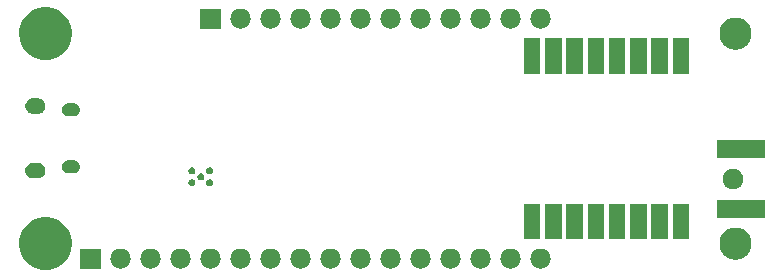
<source format=gbr>
G04 #@! TF.GenerationSoftware,KiCad,Pcbnew,(5.1.4)-1*
G04 #@! TF.CreationDate,2019-11-17T17:54:00-06:00*
G04 #@! TF.ProjectId,loRaWan1262_jlc,6c6f5261-5761-46e3-9132-36325f6a6c63,rev?*
G04 #@! TF.SameCoordinates,Original*
G04 #@! TF.FileFunction,Soldermask,Bot*
G04 #@! TF.FilePolarity,Negative*
%FSLAX46Y46*%
G04 Gerber Fmt 4.6, Leading zero omitted, Abs format (unit mm)*
G04 Created by KiCad (PCBNEW (5.1.4)-1) date 2019-11-17 17:54:00*
%MOMM*%
%LPD*%
G04 APERTURE LIST*
%ADD10C,0.100000*%
G04 APERTURE END LIST*
D10*
G36*
X117488279Y-95906909D02*
G01*
X117488281Y-95906910D01*
X117488282Y-95906910D01*
X117892750Y-96074446D01*
X118133785Y-96235501D01*
X118256761Y-96317671D01*
X118566329Y-96627239D01*
X118566332Y-96627244D01*
X118809554Y-96991250D01*
X118977090Y-97395718D01*
X118977091Y-97395721D01*
X119062500Y-97825103D01*
X119062500Y-98262897D01*
X119020052Y-98476300D01*
X118977090Y-98692282D01*
X118809554Y-99096750D01*
X118713600Y-99240354D01*
X118566329Y-99460761D01*
X118256761Y-99770329D01*
X118133785Y-99852499D01*
X117892750Y-100013554D01*
X117488282Y-100181090D01*
X117488281Y-100181090D01*
X117488279Y-100181091D01*
X117058897Y-100266500D01*
X116621103Y-100266500D01*
X116191721Y-100181091D01*
X116191719Y-100181090D01*
X116191718Y-100181090D01*
X115787250Y-100013554D01*
X115546215Y-99852499D01*
X115423239Y-99770329D01*
X115113671Y-99460761D01*
X114966400Y-99240354D01*
X114870446Y-99096750D01*
X114702910Y-98692282D01*
X114659949Y-98476300D01*
X114617500Y-98262897D01*
X114617500Y-97825103D01*
X114702909Y-97395721D01*
X114702910Y-97395718D01*
X114870446Y-96991250D01*
X115113668Y-96627244D01*
X115113671Y-96627239D01*
X115423239Y-96317671D01*
X115546215Y-96235501D01*
X115787250Y-96074446D01*
X116191718Y-95906910D01*
X116191719Y-95906910D01*
X116191721Y-95906909D01*
X116621103Y-95821500D01*
X117058897Y-95821500D01*
X117488279Y-95906909D01*
X117488279Y-95906909D01*
G37*
G36*
X153836626Y-98476299D02*
G01*
X153996857Y-98524903D01*
X154144521Y-98603832D01*
X154273950Y-98710050D01*
X154380168Y-98839479D01*
X154459097Y-98987143D01*
X154507701Y-99147374D01*
X154524113Y-99314000D01*
X154507701Y-99480626D01*
X154459097Y-99640857D01*
X154380168Y-99788521D01*
X154273950Y-99917950D01*
X154144521Y-100024168D01*
X153996857Y-100103097D01*
X153836626Y-100151701D01*
X153711759Y-100164000D01*
X153628241Y-100164000D01*
X153503374Y-100151701D01*
X153343143Y-100103097D01*
X153195479Y-100024168D01*
X153066050Y-99917950D01*
X152959832Y-99788521D01*
X152880903Y-99640857D01*
X152832299Y-99480626D01*
X152815887Y-99314000D01*
X152832299Y-99147374D01*
X152880903Y-98987143D01*
X152959832Y-98839479D01*
X153066050Y-98710050D01*
X153195479Y-98603832D01*
X153343143Y-98524903D01*
X153503374Y-98476299D01*
X153628241Y-98464000D01*
X153711759Y-98464000D01*
X153836626Y-98476299D01*
X153836626Y-98476299D01*
G37*
G36*
X156376626Y-98476299D02*
G01*
X156536857Y-98524903D01*
X156684521Y-98603832D01*
X156813950Y-98710050D01*
X156920168Y-98839479D01*
X156999097Y-98987143D01*
X157047701Y-99147374D01*
X157064113Y-99314000D01*
X157047701Y-99480626D01*
X156999097Y-99640857D01*
X156920168Y-99788521D01*
X156813950Y-99917950D01*
X156684521Y-100024168D01*
X156536857Y-100103097D01*
X156376626Y-100151701D01*
X156251759Y-100164000D01*
X156168241Y-100164000D01*
X156043374Y-100151701D01*
X155883143Y-100103097D01*
X155735479Y-100024168D01*
X155606050Y-99917950D01*
X155499832Y-99788521D01*
X155420903Y-99640857D01*
X155372299Y-99480626D01*
X155355887Y-99314000D01*
X155372299Y-99147374D01*
X155420903Y-98987143D01*
X155499832Y-98839479D01*
X155606050Y-98710050D01*
X155735479Y-98603832D01*
X155883143Y-98524903D01*
X156043374Y-98476299D01*
X156168241Y-98464000D01*
X156251759Y-98464000D01*
X156376626Y-98476299D01*
X156376626Y-98476299D01*
G37*
G36*
X151296626Y-98476299D02*
G01*
X151456857Y-98524903D01*
X151604521Y-98603832D01*
X151733950Y-98710050D01*
X151840168Y-98839479D01*
X151919097Y-98987143D01*
X151967701Y-99147374D01*
X151984113Y-99314000D01*
X151967701Y-99480626D01*
X151919097Y-99640857D01*
X151840168Y-99788521D01*
X151733950Y-99917950D01*
X151604521Y-100024168D01*
X151456857Y-100103097D01*
X151296626Y-100151701D01*
X151171759Y-100164000D01*
X151088241Y-100164000D01*
X150963374Y-100151701D01*
X150803143Y-100103097D01*
X150655479Y-100024168D01*
X150526050Y-99917950D01*
X150419832Y-99788521D01*
X150340903Y-99640857D01*
X150292299Y-99480626D01*
X150275887Y-99314000D01*
X150292299Y-99147374D01*
X150340903Y-98987143D01*
X150419832Y-98839479D01*
X150526050Y-98710050D01*
X150655479Y-98603832D01*
X150803143Y-98524903D01*
X150963374Y-98476299D01*
X151088241Y-98464000D01*
X151171759Y-98464000D01*
X151296626Y-98476299D01*
X151296626Y-98476299D01*
G37*
G36*
X148756626Y-98476299D02*
G01*
X148916857Y-98524903D01*
X149064521Y-98603832D01*
X149193950Y-98710050D01*
X149300168Y-98839479D01*
X149379097Y-98987143D01*
X149427701Y-99147374D01*
X149444113Y-99314000D01*
X149427701Y-99480626D01*
X149379097Y-99640857D01*
X149300168Y-99788521D01*
X149193950Y-99917950D01*
X149064521Y-100024168D01*
X148916857Y-100103097D01*
X148756626Y-100151701D01*
X148631759Y-100164000D01*
X148548241Y-100164000D01*
X148423374Y-100151701D01*
X148263143Y-100103097D01*
X148115479Y-100024168D01*
X147986050Y-99917950D01*
X147879832Y-99788521D01*
X147800903Y-99640857D01*
X147752299Y-99480626D01*
X147735887Y-99314000D01*
X147752299Y-99147374D01*
X147800903Y-98987143D01*
X147879832Y-98839479D01*
X147986050Y-98710050D01*
X148115479Y-98603832D01*
X148263143Y-98524903D01*
X148423374Y-98476299D01*
X148548241Y-98464000D01*
X148631759Y-98464000D01*
X148756626Y-98476299D01*
X148756626Y-98476299D01*
G37*
G36*
X146216626Y-98476299D02*
G01*
X146376857Y-98524903D01*
X146524521Y-98603832D01*
X146653950Y-98710050D01*
X146760168Y-98839479D01*
X146839097Y-98987143D01*
X146887701Y-99147374D01*
X146904113Y-99314000D01*
X146887701Y-99480626D01*
X146839097Y-99640857D01*
X146760168Y-99788521D01*
X146653950Y-99917950D01*
X146524521Y-100024168D01*
X146376857Y-100103097D01*
X146216626Y-100151701D01*
X146091759Y-100164000D01*
X146008241Y-100164000D01*
X145883374Y-100151701D01*
X145723143Y-100103097D01*
X145575479Y-100024168D01*
X145446050Y-99917950D01*
X145339832Y-99788521D01*
X145260903Y-99640857D01*
X145212299Y-99480626D01*
X145195887Y-99314000D01*
X145212299Y-99147374D01*
X145260903Y-98987143D01*
X145339832Y-98839479D01*
X145446050Y-98710050D01*
X145575479Y-98603832D01*
X145723143Y-98524903D01*
X145883374Y-98476299D01*
X146008241Y-98464000D01*
X146091759Y-98464000D01*
X146216626Y-98476299D01*
X146216626Y-98476299D01*
G37*
G36*
X143676626Y-98476299D02*
G01*
X143836857Y-98524903D01*
X143984521Y-98603832D01*
X144113950Y-98710050D01*
X144220168Y-98839479D01*
X144299097Y-98987143D01*
X144347701Y-99147374D01*
X144364113Y-99314000D01*
X144347701Y-99480626D01*
X144299097Y-99640857D01*
X144220168Y-99788521D01*
X144113950Y-99917950D01*
X143984521Y-100024168D01*
X143836857Y-100103097D01*
X143676626Y-100151701D01*
X143551759Y-100164000D01*
X143468241Y-100164000D01*
X143343374Y-100151701D01*
X143183143Y-100103097D01*
X143035479Y-100024168D01*
X142906050Y-99917950D01*
X142799832Y-99788521D01*
X142720903Y-99640857D01*
X142672299Y-99480626D01*
X142655887Y-99314000D01*
X142672299Y-99147374D01*
X142720903Y-98987143D01*
X142799832Y-98839479D01*
X142906050Y-98710050D01*
X143035479Y-98603832D01*
X143183143Y-98524903D01*
X143343374Y-98476299D01*
X143468241Y-98464000D01*
X143551759Y-98464000D01*
X143676626Y-98476299D01*
X143676626Y-98476299D01*
G37*
G36*
X141136626Y-98476299D02*
G01*
X141296857Y-98524903D01*
X141444521Y-98603832D01*
X141573950Y-98710050D01*
X141680168Y-98839479D01*
X141759097Y-98987143D01*
X141807701Y-99147374D01*
X141824113Y-99314000D01*
X141807701Y-99480626D01*
X141759097Y-99640857D01*
X141680168Y-99788521D01*
X141573950Y-99917950D01*
X141444521Y-100024168D01*
X141296857Y-100103097D01*
X141136626Y-100151701D01*
X141011759Y-100164000D01*
X140928241Y-100164000D01*
X140803374Y-100151701D01*
X140643143Y-100103097D01*
X140495479Y-100024168D01*
X140366050Y-99917950D01*
X140259832Y-99788521D01*
X140180903Y-99640857D01*
X140132299Y-99480626D01*
X140115887Y-99314000D01*
X140132299Y-99147374D01*
X140180903Y-98987143D01*
X140259832Y-98839479D01*
X140366050Y-98710050D01*
X140495479Y-98603832D01*
X140643143Y-98524903D01*
X140803374Y-98476299D01*
X140928241Y-98464000D01*
X141011759Y-98464000D01*
X141136626Y-98476299D01*
X141136626Y-98476299D01*
G37*
G36*
X138596626Y-98476299D02*
G01*
X138756857Y-98524903D01*
X138904521Y-98603832D01*
X139033950Y-98710050D01*
X139140168Y-98839479D01*
X139219097Y-98987143D01*
X139267701Y-99147374D01*
X139284113Y-99314000D01*
X139267701Y-99480626D01*
X139219097Y-99640857D01*
X139140168Y-99788521D01*
X139033950Y-99917950D01*
X138904521Y-100024168D01*
X138756857Y-100103097D01*
X138596626Y-100151701D01*
X138471759Y-100164000D01*
X138388241Y-100164000D01*
X138263374Y-100151701D01*
X138103143Y-100103097D01*
X137955479Y-100024168D01*
X137826050Y-99917950D01*
X137719832Y-99788521D01*
X137640903Y-99640857D01*
X137592299Y-99480626D01*
X137575887Y-99314000D01*
X137592299Y-99147374D01*
X137640903Y-98987143D01*
X137719832Y-98839479D01*
X137826050Y-98710050D01*
X137955479Y-98603832D01*
X138103143Y-98524903D01*
X138263374Y-98476299D01*
X138388241Y-98464000D01*
X138471759Y-98464000D01*
X138596626Y-98476299D01*
X138596626Y-98476299D01*
G37*
G36*
X133516626Y-98476299D02*
G01*
X133676857Y-98524903D01*
X133824521Y-98603832D01*
X133953950Y-98710050D01*
X134060168Y-98839479D01*
X134139097Y-98987143D01*
X134187701Y-99147374D01*
X134204113Y-99314000D01*
X134187701Y-99480626D01*
X134139097Y-99640857D01*
X134060168Y-99788521D01*
X133953950Y-99917950D01*
X133824521Y-100024168D01*
X133676857Y-100103097D01*
X133516626Y-100151701D01*
X133391759Y-100164000D01*
X133308241Y-100164000D01*
X133183374Y-100151701D01*
X133023143Y-100103097D01*
X132875479Y-100024168D01*
X132746050Y-99917950D01*
X132639832Y-99788521D01*
X132560903Y-99640857D01*
X132512299Y-99480626D01*
X132495887Y-99314000D01*
X132512299Y-99147374D01*
X132560903Y-98987143D01*
X132639832Y-98839479D01*
X132746050Y-98710050D01*
X132875479Y-98603832D01*
X133023143Y-98524903D01*
X133183374Y-98476299D01*
X133308241Y-98464000D01*
X133391759Y-98464000D01*
X133516626Y-98476299D01*
X133516626Y-98476299D01*
G37*
G36*
X121500000Y-100164000D02*
G01*
X119800000Y-100164000D01*
X119800000Y-98464000D01*
X121500000Y-98464000D01*
X121500000Y-100164000D01*
X121500000Y-100164000D01*
G37*
G36*
X158916626Y-98476299D02*
G01*
X159076857Y-98524903D01*
X159224521Y-98603832D01*
X159353950Y-98710050D01*
X159460168Y-98839479D01*
X159539097Y-98987143D01*
X159587701Y-99147374D01*
X159604113Y-99314000D01*
X159587701Y-99480626D01*
X159539097Y-99640857D01*
X159460168Y-99788521D01*
X159353950Y-99917950D01*
X159224521Y-100024168D01*
X159076857Y-100103097D01*
X158916626Y-100151701D01*
X158791759Y-100164000D01*
X158708241Y-100164000D01*
X158583374Y-100151701D01*
X158423143Y-100103097D01*
X158275479Y-100024168D01*
X158146050Y-99917950D01*
X158039832Y-99788521D01*
X157960903Y-99640857D01*
X157912299Y-99480626D01*
X157895887Y-99314000D01*
X157912299Y-99147374D01*
X157960903Y-98987143D01*
X158039832Y-98839479D01*
X158146050Y-98710050D01*
X158275479Y-98603832D01*
X158423143Y-98524903D01*
X158583374Y-98476299D01*
X158708241Y-98464000D01*
X158791759Y-98464000D01*
X158916626Y-98476299D01*
X158916626Y-98476299D01*
G37*
G36*
X123356626Y-98476299D02*
G01*
X123516857Y-98524903D01*
X123664521Y-98603832D01*
X123793950Y-98710050D01*
X123900168Y-98839479D01*
X123979097Y-98987143D01*
X124027701Y-99147374D01*
X124044113Y-99314000D01*
X124027701Y-99480626D01*
X123979097Y-99640857D01*
X123900168Y-99788521D01*
X123793950Y-99917950D01*
X123664521Y-100024168D01*
X123516857Y-100103097D01*
X123356626Y-100151701D01*
X123231759Y-100164000D01*
X123148241Y-100164000D01*
X123023374Y-100151701D01*
X122863143Y-100103097D01*
X122715479Y-100024168D01*
X122586050Y-99917950D01*
X122479832Y-99788521D01*
X122400903Y-99640857D01*
X122352299Y-99480626D01*
X122335887Y-99314000D01*
X122352299Y-99147374D01*
X122400903Y-98987143D01*
X122479832Y-98839479D01*
X122586050Y-98710050D01*
X122715479Y-98603832D01*
X122863143Y-98524903D01*
X123023374Y-98476299D01*
X123148241Y-98464000D01*
X123231759Y-98464000D01*
X123356626Y-98476299D01*
X123356626Y-98476299D01*
G37*
G36*
X128436626Y-98476299D02*
G01*
X128596857Y-98524903D01*
X128744521Y-98603832D01*
X128873950Y-98710050D01*
X128980168Y-98839479D01*
X129059097Y-98987143D01*
X129107701Y-99147374D01*
X129124113Y-99314000D01*
X129107701Y-99480626D01*
X129059097Y-99640857D01*
X128980168Y-99788521D01*
X128873950Y-99917950D01*
X128744521Y-100024168D01*
X128596857Y-100103097D01*
X128436626Y-100151701D01*
X128311759Y-100164000D01*
X128228241Y-100164000D01*
X128103374Y-100151701D01*
X127943143Y-100103097D01*
X127795479Y-100024168D01*
X127666050Y-99917950D01*
X127559832Y-99788521D01*
X127480903Y-99640857D01*
X127432299Y-99480626D01*
X127415887Y-99314000D01*
X127432299Y-99147374D01*
X127480903Y-98987143D01*
X127559832Y-98839479D01*
X127666050Y-98710050D01*
X127795479Y-98603832D01*
X127943143Y-98524903D01*
X128103374Y-98476299D01*
X128228241Y-98464000D01*
X128311759Y-98464000D01*
X128436626Y-98476299D01*
X128436626Y-98476299D01*
G37*
G36*
X136056626Y-98476299D02*
G01*
X136216857Y-98524903D01*
X136364521Y-98603832D01*
X136493950Y-98710050D01*
X136600168Y-98839479D01*
X136679097Y-98987143D01*
X136727701Y-99147374D01*
X136744113Y-99314000D01*
X136727701Y-99480626D01*
X136679097Y-99640857D01*
X136600168Y-99788521D01*
X136493950Y-99917950D01*
X136364521Y-100024168D01*
X136216857Y-100103097D01*
X136056626Y-100151701D01*
X135931759Y-100164000D01*
X135848241Y-100164000D01*
X135723374Y-100151701D01*
X135563143Y-100103097D01*
X135415479Y-100024168D01*
X135286050Y-99917950D01*
X135179832Y-99788521D01*
X135100903Y-99640857D01*
X135052299Y-99480626D01*
X135035887Y-99314000D01*
X135052299Y-99147374D01*
X135100903Y-98987143D01*
X135179832Y-98839479D01*
X135286050Y-98710050D01*
X135415479Y-98603832D01*
X135563143Y-98524903D01*
X135723374Y-98476299D01*
X135848241Y-98464000D01*
X135931759Y-98464000D01*
X136056626Y-98476299D01*
X136056626Y-98476299D01*
G37*
G36*
X130976626Y-98476299D02*
G01*
X131136857Y-98524903D01*
X131284521Y-98603832D01*
X131413950Y-98710050D01*
X131520168Y-98839479D01*
X131599097Y-98987143D01*
X131647701Y-99147374D01*
X131664113Y-99314000D01*
X131647701Y-99480626D01*
X131599097Y-99640857D01*
X131520168Y-99788521D01*
X131413950Y-99917950D01*
X131284521Y-100024168D01*
X131136857Y-100103097D01*
X130976626Y-100151701D01*
X130851759Y-100164000D01*
X130768241Y-100164000D01*
X130643374Y-100151701D01*
X130483143Y-100103097D01*
X130335479Y-100024168D01*
X130206050Y-99917950D01*
X130099832Y-99788521D01*
X130020903Y-99640857D01*
X129972299Y-99480626D01*
X129955887Y-99314000D01*
X129972299Y-99147374D01*
X130020903Y-98987143D01*
X130099832Y-98839479D01*
X130206050Y-98710050D01*
X130335479Y-98603832D01*
X130483143Y-98524903D01*
X130643374Y-98476299D01*
X130768241Y-98464000D01*
X130851759Y-98464000D01*
X130976626Y-98476299D01*
X130976626Y-98476299D01*
G37*
G36*
X125896626Y-98476299D02*
G01*
X126056857Y-98524903D01*
X126204521Y-98603832D01*
X126333950Y-98710050D01*
X126440168Y-98839479D01*
X126519097Y-98987143D01*
X126567701Y-99147374D01*
X126584113Y-99314000D01*
X126567701Y-99480626D01*
X126519097Y-99640857D01*
X126440168Y-99788521D01*
X126333950Y-99917950D01*
X126204521Y-100024168D01*
X126056857Y-100103097D01*
X125896626Y-100151701D01*
X125771759Y-100164000D01*
X125688241Y-100164000D01*
X125563374Y-100151701D01*
X125403143Y-100103097D01*
X125255479Y-100024168D01*
X125126050Y-99917950D01*
X125019832Y-99788521D01*
X124940903Y-99640857D01*
X124892299Y-99480626D01*
X124875887Y-99314000D01*
X124892299Y-99147374D01*
X124940903Y-98987143D01*
X125019832Y-98839479D01*
X125126050Y-98710050D01*
X125255479Y-98603832D01*
X125403143Y-98524903D01*
X125563374Y-98476299D01*
X125688241Y-98464000D01*
X125771759Y-98464000D01*
X125896626Y-98476299D01*
X125896626Y-98476299D01*
G37*
G36*
X175458167Y-96706970D02*
G01*
X175653783Y-96745880D01*
X175899466Y-96847646D01*
X176120570Y-96995383D01*
X176120572Y-96995385D01*
X176120575Y-96995387D01*
X176308613Y-97183425D01*
X176308615Y-97183428D01*
X176308617Y-97183430D01*
X176456354Y-97404534D01*
X176558120Y-97650217D01*
X176610000Y-97911038D01*
X176610000Y-98176962D01*
X176558120Y-98437783D01*
X176456354Y-98683466D01*
X176308617Y-98904570D01*
X176308615Y-98904572D01*
X176308613Y-98904575D01*
X176120575Y-99092613D01*
X176120572Y-99092615D01*
X176120570Y-99092617D01*
X175899466Y-99240354D01*
X175653783Y-99342120D01*
X175458167Y-99381030D01*
X175392963Y-99394000D01*
X175127037Y-99394000D01*
X175061833Y-99381030D01*
X174866217Y-99342120D01*
X174620534Y-99240354D01*
X174399430Y-99092617D01*
X174399428Y-99092615D01*
X174399425Y-99092613D01*
X174211387Y-98904575D01*
X174211385Y-98904572D01*
X174211383Y-98904570D01*
X174063646Y-98683466D01*
X173961880Y-98437783D01*
X173910000Y-98176962D01*
X173910000Y-97911038D01*
X173961880Y-97650217D01*
X174063646Y-97404534D01*
X174211383Y-97183430D01*
X174211385Y-97183428D01*
X174211387Y-97183425D01*
X174399425Y-96995387D01*
X174399428Y-96995385D01*
X174399430Y-96995383D01*
X174620534Y-96847646D01*
X174866217Y-96745880D01*
X175061833Y-96706970D01*
X175127037Y-96694000D01*
X175392963Y-96694000D01*
X175458167Y-96706970D01*
X175458167Y-96706970D01*
G37*
G36*
X169538000Y-97654000D02*
G01*
X168138000Y-97654000D01*
X168138000Y-94654000D01*
X169538000Y-94654000D01*
X169538000Y-97654000D01*
X169538000Y-97654000D01*
G37*
G36*
X171338000Y-97654000D02*
G01*
X169938000Y-97654000D01*
X169938000Y-94654000D01*
X171338000Y-94654000D01*
X171338000Y-97654000D01*
X171338000Y-97654000D01*
G37*
G36*
X158738000Y-97654000D02*
G01*
X157338000Y-97654000D01*
X157338000Y-94654000D01*
X158738000Y-94654000D01*
X158738000Y-97654000D01*
X158738000Y-97654000D01*
G37*
G36*
X160538000Y-97654000D02*
G01*
X159138000Y-97654000D01*
X159138000Y-94654000D01*
X160538000Y-94654000D01*
X160538000Y-97654000D01*
X160538000Y-97654000D01*
G37*
G36*
X164138000Y-97654000D02*
G01*
X162738000Y-97654000D01*
X162738000Y-94654000D01*
X164138000Y-94654000D01*
X164138000Y-97654000D01*
X164138000Y-97654000D01*
G37*
G36*
X165938000Y-97654000D02*
G01*
X164538000Y-97654000D01*
X164538000Y-94654000D01*
X165938000Y-94654000D01*
X165938000Y-97654000D01*
X165938000Y-97654000D01*
G37*
G36*
X162338000Y-97654000D02*
G01*
X160938000Y-97654000D01*
X160938000Y-94654000D01*
X162338000Y-94654000D01*
X162338000Y-97654000D01*
X162338000Y-97654000D01*
G37*
G36*
X167738000Y-97654000D02*
G01*
X166338000Y-97654000D01*
X166338000Y-94654000D01*
X167738000Y-94654000D01*
X167738000Y-97654000D01*
X167738000Y-97654000D01*
G37*
G36*
X177772600Y-95883000D02*
G01*
X173712600Y-95883000D01*
X173712600Y-94363000D01*
X177772600Y-94363000D01*
X177772600Y-95883000D01*
X177772600Y-95883000D01*
G37*
G36*
X175171042Y-91716406D02*
G01*
X175297831Y-91741626D01*
X175457065Y-91807583D01*
X175457068Y-91807585D01*
X175600380Y-91903343D01*
X175722257Y-92025220D01*
X175761355Y-92083734D01*
X175818017Y-92168535D01*
X175883974Y-92327769D01*
X175890972Y-92362953D01*
X175917600Y-92496820D01*
X175917600Y-92669180D01*
X175915254Y-92680972D01*
X175883974Y-92838231D01*
X175818017Y-92997465D01*
X175818015Y-92997468D01*
X175722257Y-93140780D01*
X175600380Y-93262657D01*
X175457068Y-93358415D01*
X175457065Y-93358417D01*
X175297831Y-93424374D01*
X175171042Y-93449594D01*
X175128780Y-93458000D01*
X174956420Y-93458000D01*
X174914158Y-93449594D01*
X174787369Y-93424374D01*
X174628135Y-93358417D01*
X174628132Y-93358415D01*
X174484820Y-93262657D01*
X174362943Y-93140780D01*
X174267185Y-92997468D01*
X174267183Y-92997465D01*
X174201226Y-92838231D01*
X174169946Y-92680972D01*
X174167600Y-92669180D01*
X174167600Y-92496820D01*
X174194228Y-92362953D01*
X174201226Y-92327769D01*
X174267183Y-92168535D01*
X174323845Y-92083734D01*
X174362943Y-92025220D01*
X174484820Y-91903343D01*
X174628132Y-91807585D01*
X174628135Y-91807583D01*
X174787369Y-91741626D01*
X174914158Y-91716407D01*
X174956420Y-91708000D01*
X175128780Y-91708000D01*
X175171042Y-91716406D01*
X175171042Y-91716406D01*
G37*
G36*
X129322007Y-92604028D02*
G01*
X129322009Y-92604029D01*
X129322010Y-92604029D01*
X129373906Y-92625526D01*
X129376603Y-92626643D01*
X129425739Y-92659474D01*
X129467526Y-92701261D01*
X129467529Y-92701266D01*
X129500357Y-92750397D01*
X129522971Y-92804990D01*
X129534500Y-92862953D01*
X129534500Y-92922047D01*
X129522971Y-92980010D01*
X129515739Y-92997468D01*
X129500357Y-93034603D01*
X129467526Y-93083739D01*
X129425739Y-93125526D01*
X129402912Y-93140778D01*
X129376603Y-93158357D01*
X129322010Y-93180971D01*
X129322009Y-93180971D01*
X129322007Y-93180972D01*
X129264047Y-93192500D01*
X129204953Y-93192500D01*
X129146993Y-93180972D01*
X129146991Y-93180971D01*
X129146990Y-93180971D01*
X129092397Y-93158357D01*
X129066088Y-93140778D01*
X129043261Y-93125526D01*
X129001474Y-93083739D01*
X128968643Y-93034603D01*
X128953261Y-92997468D01*
X128946029Y-92980010D01*
X128934500Y-92922047D01*
X128934500Y-92862953D01*
X128946029Y-92804990D01*
X128968643Y-92750397D01*
X129001471Y-92701266D01*
X129001474Y-92701261D01*
X129043261Y-92659474D01*
X129092397Y-92626643D01*
X129095094Y-92625526D01*
X129146990Y-92604029D01*
X129146991Y-92604029D01*
X129146993Y-92604028D01*
X129204953Y-92592500D01*
X129264047Y-92592500D01*
X129322007Y-92604028D01*
X129322007Y-92604028D01*
G37*
G36*
X130822007Y-92604028D02*
G01*
X130822009Y-92604029D01*
X130822010Y-92604029D01*
X130873906Y-92625526D01*
X130876603Y-92626643D01*
X130925739Y-92659474D01*
X130967526Y-92701261D01*
X130967529Y-92701266D01*
X131000357Y-92750397D01*
X131022971Y-92804990D01*
X131034500Y-92862953D01*
X131034500Y-92922047D01*
X131022971Y-92980010D01*
X131015739Y-92997468D01*
X131000357Y-93034603D01*
X130967526Y-93083739D01*
X130925739Y-93125526D01*
X130902912Y-93140778D01*
X130876603Y-93158357D01*
X130822010Y-93180971D01*
X130822009Y-93180971D01*
X130822007Y-93180972D01*
X130764047Y-93192500D01*
X130704953Y-93192500D01*
X130646993Y-93180972D01*
X130646991Y-93180971D01*
X130646990Y-93180971D01*
X130592397Y-93158357D01*
X130566088Y-93140778D01*
X130543261Y-93125526D01*
X130501474Y-93083739D01*
X130468643Y-93034603D01*
X130453261Y-92997468D01*
X130446029Y-92980010D01*
X130434500Y-92922047D01*
X130434500Y-92862953D01*
X130446029Y-92804990D01*
X130468643Y-92750397D01*
X130501471Y-92701266D01*
X130501474Y-92701261D01*
X130543261Y-92659474D01*
X130592397Y-92626643D01*
X130595094Y-92625526D01*
X130646990Y-92604029D01*
X130646991Y-92604029D01*
X130646993Y-92604028D01*
X130704953Y-92592500D01*
X130764047Y-92592500D01*
X130822007Y-92604028D01*
X130822007Y-92604028D01*
G37*
G36*
X130072007Y-92104028D02*
G01*
X130072009Y-92104029D01*
X130072010Y-92104029D01*
X130107092Y-92118561D01*
X130126603Y-92126643D01*
X130175739Y-92159474D01*
X130217526Y-92201261D01*
X130250357Y-92250397D01*
X130272972Y-92304993D01*
X130279657Y-92338606D01*
X130284500Y-92362953D01*
X130284500Y-92422047D01*
X130272971Y-92480010D01*
X130266008Y-92496820D01*
X130250357Y-92534603D01*
X130217526Y-92583739D01*
X130175739Y-92625526D01*
X130174067Y-92626643D01*
X130126603Y-92658357D01*
X130072010Y-92680971D01*
X130072009Y-92680971D01*
X130072007Y-92680972D01*
X130014047Y-92692500D01*
X129954953Y-92692500D01*
X129896993Y-92680972D01*
X129896991Y-92680971D01*
X129896990Y-92680971D01*
X129842397Y-92658357D01*
X129794933Y-92626643D01*
X129793261Y-92625526D01*
X129751474Y-92583739D01*
X129718643Y-92534603D01*
X129702992Y-92496820D01*
X129696029Y-92480010D01*
X129684500Y-92422047D01*
X129684500Y-92362953D01*
X129689343Y-92338606D01*
X129696028Y-92304993D01*
X129718643Y-92250397D01*
X129751474Y-92201261D01*
X129793261Y-92159474D01*
X129842397Y-92126643D01*
X129861908Y-92118561D01*
X129896990Y-92104029D01*
X129896991Y-92104029D01*
X129896993Y-92104028D01*
X129954953Y-92092500D01*
X130014047Y-92092500D01*
X130072007Y-92104028D01*
X130072007Y-92104028D01*
G37*
G36*
X116211950Y-91186442D02*
G01*
X116286323Y-91193767D01*
X116413561Y-91232364D01*
X116413564Y-91232365D01*
X116530826Y-91295043D01*
X116633607Y-91379393D01*
X116717957Y-91482174D01*
X116780635Y-91599436D01*
X116780636Y-91599439D01*
X116819233Y-91726677D01*
X116832266Y-91859000D01*
X116819233Y-91991323D01*
X116785044Y-92104029D01*
X116780635Y-92118564D01*
X116717957Y-92235826D01*
X116633607Y-92338607D01*
X116530826Y-92422957D01*
X116413564Y-92485635D01*
X116413561Y-92485636D01*
X116286323Y-92524233D01*
X116211950Y-92531558D01*
X116187160Y-92534000D01*
X115770840Y-92534000D01*
X115746050Y-92531558D01*
X115671677Y-92524233D01*
X115544439Y-92485636D01*
X115544436Y-92485635D01*
X115427174Y-92422957D01*
X115324393Y-92338607D01*
X115240043Y-92235826D01*
X115177365Y-92118564D01*
X115172956Y-92104029D01*
X115138767Y-91991323D01*
X115125734Y-91859000D01*
X115138767Y-91726677D01*
X115177364Y-91599439D01*
X115177365Y-91599436D01*
X115240043Y-91482174D01*
X115324393Y-91379393D01*
X115427174Y-91295043D01*
X115544436Y-91232365D01*
X115544439Y-91232364D01*
X115671677Y-91193767D01*
X115746050Y-91186442D01*
X115770840Y-91184000D01*
X116187160Y-91184000D01*
X116211950Y-91186442D01*
X116211950Y-91186442D01*
G37*
G36*
X129322007Y-91604028D02*
G01*
X129322009Y-91604029D01*
X129322010Y-91604029D01*
X129376603Y-91626643D01*
X129425739Y-91659474D01*
X129467526Y-91701261D01*
X129500357Y-91750397D01*
X129522972Y-91804993D01*
X129533125Y-91856041D01*
X129534500Y-91862953D01*
X129534500Y-91922047D01*
X129522971Y-91980010D01*
X129504244Y-92025220D01*
X129500357Y-92034603D01*
X129467526Y-92083739D01*
X129425739Y-92125526D01*
X129424067Y-92126643D01*
X129376603Y-92158357D01*
X129322010Y-92180971D01*
X129322009Y-92180971D01*
X129322007Y-92180972D01*
X129264047Y-92192500D01*
X129204953Y-92192500D01*
X129146993Y-92180972D01*
X129146991Y-92180971D01*
X129146990Y-92180971D01*
X129092397Y-92158357D01*
X129044933Y-92126643D01*
X129043261Y-92125526D01*
X129001474Y-92083739D01*
X128968643Y-92034603D01*
X128964756Y-92025220D01*
X128946029Y-91980010D01*
X128934500Y-91922047D01*
X128934500Y-91862953D01*
X128935875Y-91856041D01*
X128946028Y-91804993D01*
X128968643Y-91750397D01*
X129001474Y-91701261D01*
X129043261Y-91659474D01*
X129092397Y-91626643D01*
X129146990Y-91604029D01*
X129146991Y-91604029D01*
X129146993Y-91604028D01*
X129204953Y-91592500D01*
X129264047Y-91592500D01*
X129322007Y-91604028D01*
X129322007Y-91604028D01*
G37*
G36*
X130822007Y-91604028D02*
G01*
X130822009Y-91604029D01*
X130822010Y-91604029D01*
X130876603Y-91626643D01*
X130925739Y-91659474D01*
X130967526Y-91701261D01*
X131000357Y-91750397D01*
X131022972Y-91804993D01*
X131033125Y-91856041D01*
X131034500Y-91862953D01*
X131034500Y-91922047D01*
X131022971Y-91980010D01*
X131004244Y-92025220D01*
X131000357Y-92034603D01*
X130967526Y-92083739D01*
X130925739Y-92125526D01*
X130924067Y-92126643D01*
X130876603Y-92158357D01*
X130822010Y-92180971D01*
X130822009Y-92180971D01*
X130822007Y-92180972D01*
X130764047Y-92192500D01*
X130704953Y-92192500D01*
X130646993Y-92180972D01*
X130646991Y-92180971D01*
X130646990Y-92180971D01*
X130592397Y-92158357D01*
X130544933Y-92126643D01*
X130543261Y-92125526D01*
X130501474Y-92083739D01*
X130468643Y-92034603D01*
X130464756Y-92025220D01*
X130446029Y-91980010D01*
X130434500Y-91922047D01*
X130434500Y-91862953D01*
X130435875Y-91856041D01*
X130446028Y-91804993D01*
X130468643Y-91750397D01*
X130501474Y-91701261D01*
X130543261Y-91659474D01*
X130592397Y-91626643D01*
X130646990Y-91604029D01*
X130646991Y-91604029D01*
X130646993Y-91604028D01*
X130704953Y-91592500D01*
X130764047Y-91592500D01*
X130822007Y-91604028D01*
X130822007Y-91604028D01*
G37*
G36*
X119286819Y-91006958D02*
G01*
X119390494Y-91038408D01*
X119390497Y-91038409D01*
X119486041Y-91089478D01*
X119569790Y-91158210D01*
X119638522Y-91241959D01*
X119689591Y-91337503D01*
X119689592Y-91337506D01*
X119721042Y-91441181D01*
X119731661Y-91549000D01*
X119721042Y-91656819D01*
X119692655Y-91750397D01*
X119689591Y-91760497D01*
X119638522Y-91856041D01*
X119569790Y-91939790D01*
X119486041Y-92008522D01*
X119390497Y-92059591D01*
X119390494Y-92059592D01*
X119286819Y-92091042D01*
X119206018Y-92099000D01*
X118751982Y-92099000D01*
X118671181Y-92091042D01*
X118567506Y-92059592D01*
X118567503Y-92059591D01*
X118471959Y-92008522D01*
X118388210Y-91939790D01*
X118319478Y-91856041D01*
X118268409Y-91760497D01*
X118265345Y-91750397D01*
X118236958Y-91656819D01*
X118226339Y-91549000D01*
X118236958Y-91441181D01*
X118268408Y-91337506D01*
X118268409Y-91337503D01*
X118319478Y-91241959D01*
X118388210Y-91158210D01*
X118471959Y-91089478D01*
X118567503Y-91038409D01*
X118567506Y-91038408D01*
X118671181Y-91006958D01*
X118751982Y-90999000D01*
X119206018Y-90999000D01*
X119286819Y-91006958D01*
X119286819Y-91006958D01*
G37*
G36*
X177772600Y-90803000D02*
G01*
X173712600Y-90803000D01*
X173712600Y-89283000D01*
X177772600Y-89283000D01*
X177772600Y-90803000D01*
X177772600Y-90803000D01*
G37*
G36*
X119286819Y-86166958D02*
G01*
X119390494Y-86198408D01*
X119390497Y-86198409D01*
X119486041Y-86249478D01*
X119569790Y-86318210D01*
X119638522Y-86401959D01*
X119689591Y-86497503D01*
X119689592Y-86497506D01*
X119721042Y-86601181D01*
X119731661Y-86709000D01*
X119721042Y-86816819D01*
X119702298Y-86878607D01*
X119689591Y-86920497D01*
X119638522Y-87016041D01*
X119569790Y-87099790D01*
X119486041Y-87168522D01*
X119390497Y-87219591D01*
X119390494Y-87219592D01*
X119286819Y-87251042D01*
X119206018Y-87259000D01*
X118751982Y-87259000D01*
X118671181Y-87251042D01*
X118567506Y-87219592D01*
X118567503Y-87219591D01*
X118471959Y-87168522D01*
X118388210Y-87099790D01*
X118319478Y-87016041D01*
X118268409Y-86920497D01*
X118255702Y-86878607D01*
X118236958Y-86816819D01*
X118226339Y-86709000D01*
X118236958Y-86601181D01*
X118268408Y-86497506D01*
X118268409Y-86497503D01*
X118319478Y-86401959D01*
X118388210Y-86318210D01*
X118471959Y-86249478D01*
X118567503Y-86198409D01*
X118567506Y-86198408D01*
X118671181Y-86166958D01*
X118751982Y-86159000D01*
X119206018Y-86159000D01*
X119286819Y-86166958D01*
X119286819Y-86166958D01*
G37*
G36*
X116211950Y-85726442D02*
G01*
X116286323Y-85733767D01*
X116413561Y-85772364D01*
X116413564Y-85772365D01*
X116530826Y-85835043D01*
X116633607Y-85919393D01*
X116717957Y-86022174D01*
X116780635Y-86139436D01*
X116780636Y-86139439D01*
X116819233Y-86266677D01*
X116832266Y-86399000D01*
X116819233Y-86531323D01*
X116798041Y-86601184D01*
X116780635Y-86658564D01*
X116717957Y-86775826D01*
X116633607Y-86878607D01*
X116530826Y-86962957D01*
X116413564Y-87025635D01*
X116413561Y-87025636D01*
X116286323Y-87064233D01*
X116211950Y-87071558D01*
X116187160Y-87074000D01*
X115770840Y-87074000D01*
X115746050Y-87071558D01*
X115671677Y-87064233D01*
X115544439Y-87025636D01*
X115544436Y-87025635D01*
X115427174Y-86962957D01*
X115324393Y-86878607D01*
X115240043Y-86775826D01*
X115177365Y-86658564D01*
X115159959Y-86601184D01*
X115138767Y-86531323D01*
X115125734Y-86399000D01*
X115138767Y-86266677D01*
X115177364Y-86139439D01*
X115177365Y-86139436D01*
X115240043Y-86022174D01*
X115324393Y-85919393D01*
X115427174Y-85835043D01*
X115544436Y-85772365D01*
X115544439Y-85772364D01*
X115671677Y-85733767D01*
X115746050Y-85726442D01*
X115770840Y-85724000D01*
X116187160Y-85724000D01*
X116211950Y-85726442D01*
X116211950Y-85726442D01*
G37*
G36*
X171338000Y-83654000D02*
G01*
X169938000Y-83654000D01*
X169938000Y-80654000D01*
X171338000Y-80654000D01*
X171338000Y-83654000D01*
X171338000Y-83654000D01*
G37*
G36*
X158738000Y-83654000D02*
G01*
X157338000Y-83654000D01*
X157338000Y-80654000D01*
X158738000Y-80654000D01*
X158738000Y-83654000D01*
X158738000Y-83654000D01*
G37*
G36*
X160538000Y-83654000D02*
G01*
X159138000Y-83654000D01*
X159138000Y-80654000D01*
X160538000Y-80654000D01*
X160538000Y-83654000D01*
X160538000Y-83654000D01*
G37*
G36*
X162338000Y-83654000D02*
G01*
X160938000Y-83654000D01*
X160938000Y-80654000D01*
X162338000Y-80654000D01*
X162338000Y-83654000D01*
X162338000Y-83654000D01*
G37*
G36*
X165938000Y-83654000D02*
G01*
X164538000Y-83654000D01*
X164538000Y-80654000D01*
X165938000Y-80654000D01*
X165938000Y-83654000D01*
X165938000Y-83654000D01*
G37*
G36*
X167738000Y-83654000D02*
G01*
X166338000Y-83654000D01*
X166338000Y-80654000D01*
X167738000Y-80654000D01*
X167738000Y-83654000D01*
X167738000Y-83654000D01*
G37*
G36*
X169538000Y-83654000D02*
G01*
X168138000Y-83654000D01*
X168138000Y-80654000D01*
X169538000Y-80654000D01*
X169538000Y-83654000D01*
X169538000Y-83654000D01*
G37*
G36*
X164138000Y-83654000D02*
G01*
X162738000Y-83654000D01*
X162738000Y-80654000D01*
X164138000Y-80654000D01*
X164138000Y-83654000D01*
X164138000Y-83654000D01*
G37*
G36*
X117488279Y-78126909D02*
G01*
X117488281Y-78126910D01*
X117488282Y-78126910D01*
X117892750Y-78294446D01*
X118035831Y-78390050D01*
X118256761Y-78537671D01*
X118566329Y-78847239D01*
X118566332Y-78847244D01*
X118809554Y-79211250D01*
X118916118Y-79468519D01*
X118977091Y-79615721D01*
X119062500Y-80045103D01*
X119062500Y-80482897D01*
X119027714Y-80657780D01*
X118977090Y-80912282D01*
X118809554Y-81316750D01*
X118713600Y-81460354D01*
X118566329Y-81680761D01*
X118256761Y-81990329D01*
X118133785Y-82072499D01*
X117892750Y-82233554D01*
X117488282Y-82401090D01*
X117488281Y-82401090D01*
X117488279Y-82401091D01*
X117058897Y-82486500D01*
X116621103Y-82486500D01*
X116191721Y-82401091D01*
X116191719Y-82401090D01*
X116191718Y-82401090D01*
X115787250Y-82233554D01*
X115546215Y-82072499D01*
X115423239Y-81990329D01*
X115113671Y-81680761D01*
X114966400Y-81460354D01*
X114870446Y-81316750D01*
X114702910Y-80912282D01*
X114652287Y-80657780D01*
X114617500Y-80482897D01*
X114617500Y-80045103D01*
X114702909Y-79615721D01*
X114763882Y-79468519D01*
X114870446Y-79211250D01*
X115113668Y-78847244D01*
X115113671Y-78847239D01*
X115423239Y-78537671D01*
X115644169Y-78390050D01*
X115787250Y-78294446D01*
X116191718Y-78126910D01*
X116191719Y-78126910D01*
X116191721Y-78126909D01*
X116621103Y-78041500D01*
X117058897Y-78041500D01*
X117488279Y-78126909D01*
X117488279Y-78126909D01*
G37*
G36*
X175458167Y-78926970D02*
G01*
X175653783Y-78965880D01*
X175899466Y-79067646D01*
X176120570Y-79215383D01*
X176120572Y-79215385D01*
X176120575Y-79215387D01*
X176308613Y-79403425D01*
X176308615Y-79403428D01*
X176308617Y-79403430D01*
X176456354Y-79624534D01*
X176558120Y-79870217D01*
X176610000Y-80131038D01*
X176610000Y-80396962D01*
X176558120Y-80657783D01*
X176456354Y-80903466D01*
X176308617Y-81124570D01*
X176308615Y-81124572D01*
X176308613Y-81124575D01*
X176120575Y-81312613D01*
X176120572Y-81312615D01*
X176120570Y-81312617D01*
X175899466Y-81460354D01*
X175653783Y-81562120D01*
X175458167Y-81601030D01*
X175392963Y-81614000D01*
X175127037Y-81614000D01*
X175061833Y-81601030D01*
X174866217Y-81562120D01*
X174620534Y-81460354D01*
X174399430Y-81312617D01*
X174399428Y-81312615D01*
X174399425Y-81312613D01*
X174211387Y-81124575D01*
X174211385Y-81124572D01*
X174211383Y-81124570D01*
X174063646Y-80903466D01*
X173961880Y-80657783D01*
X173910000Y-80396962D01*
X173910000Y-80131038D01*
X173961880Y-79870217D01*
X174063646Y-79624534D01*
X174211383Y-79403430D01*
X174211385Y-79403428D01*
X174211387Y-79403425D01*
X174399425Y-79215387D01*
X174399428Y-79215385D01*
X174399430Y-79215383D01*
X174620534Y-79067646D01*
X174866217Y-78965880D01*
X175061833Y-78926970D01*
X175127037Y-78914000D01*
X175392963Y-78914000D01*
X175458167Y-78926970D01*
X175458167Y-78926970D01*
G37*
G36*
X148756626Y-78156299D02*
G01*
X148916857Y-78204903D01*
X149064521Y-78283832D01*
X149193950Y-78390050D01*
X149300168Y-78519479D01*
X149379097Y-78667143D01*
X149427701Y-78827374D01*
X149444113Y-78994000D01*
X149427701Y-79160626D01*
X149379097Y-79320857D01*
X149300168Y-79468521D01*
X149193950Y-79597950D01*
X149064521Y-79704168D01*
X148916857Y-79783097D01*
X148756626Y-79831701D01*
X148631759Y-79844000D01*
X148548241Y-79844000D01*
X148423374Y-79831701D01*
X148263143Y-79783097D01*
X148115479Y-79704168D01*
X147986050Y-79597950D01*
X147879832Y-79468521D01*
X147800903Y-79320857D01*
X147752299Y-79160626D01*
X147735887Y-78994000D01*
X147752299Y-78827374D01*
X147800903Y-78667143D01*
X147879832Y-78519479D01*
X147986050Y-78390050D01*
X148115479Y-78283832D01*
X148263143Y-78204903D01*
X148423374Y-78156299D01*
X148548241Y-78144000D01*
X148631759Y-78144000D01*
X148756626Y-78156299D01*
X148756626Y-78156299D01*
G37*
G36*
X158916626Y-78156299D02*
G01*
X159076857Y-78204903D01*
X159224521Y-78283832D01*
X159353950Y-78390050D01*
X159460168Y-78519479D01*
X159539097Y-78667143D01*
X159587701Y-78827374D01*
X159604113Y-78994000D01*
X159587701Y-79160626D01*
X159539097Y-79320857D01*
X159460168Y-79468521D01*
X159353950Y-79597950D01*
X159224521Y-79704168D01*
X159076857Y-79783097D01*
X158916626Y-79831701D01*
X158791759Y-79844000D01*
X158708241Y-79844000D01*
X158583374Y-79831701D01*
X158423143Y-79783097D01*
X158275479Y-79704168D01*
X158146050Y-79597950D01*
X158039832Y-79468521D01*
X157960903Y-79320857D01*
X157912299Y-79160626D01*
X157895887Y-78994000D01*
X157912299Y-78827374D01*
X157960903Y-78667143D01*
X158039832Y-78519479D01*
X158146050Y-78390050D01*
X158275479Y-78283832D01*
X158423143Y-78204903D01*
X158583374Y-78156299D01*
X158708241Y-78144000D01*
X158791759Y-78144000D01*
X158916626Y-78156299D01*
X158916626Y-78156299D01*
G37*
G36*
X156376626Y-78156299D02*
G01*
X156536857Y-78204903D01*
X156684521Y-78283832D01*
X156813950Y-78390050D01*
X156920168Y-78519479D01*
X156999097Y-78667143D01*
X157047701Y-78827374D01*
X157064113Y-78994000D01*
X157047701Y-79160626D01*
X156999097Y-79320857D01*
X156920168Y-79468521D01*
X156813950Y-79597950D01*
X156684521Y-79704168D01*
X156536857Y-79783097D01*
X156376626Y-79831701D01*
X156251759Y-79844000D01*
X156168241Y-79844000D01*
X156043374Y-79831701D01*
X155883143Y-79783097D01*
X155735479Y-79704168D01*
X155606050Y-79597950D01*
X155499832Y-79468521D01*
X155420903Y-79320857D01*
X155372299Y-79160626D01*
X155355887Y-78994000D01*
X155372299Y-78827374D01*
X155420903Y-78667143D01*
X155499832Y-78519479D01*
X155606050Y-78390050D01*
X155735479Y-78283832D01*
X155883143Y-78204903D01*
X156043374Y-78156299D01*
X156168241Y-78144000D01*
X156251759Y-78144000D01*
X156376626Y-78156299D01*
X156376626Y-78156299D01*
G37*
G36*
X153836626Y-78156299D02*
G01*
X153996857Y-78204903D01*
X154144521Y-78283832D01*
X154273950Y-78390050D01*
X154380168Y-78519479D01*
X154459097Y-78667143D01*
X154507701Y-78827374D01*
X154524113Y-78994000D01*
X154507701Y-79160626D01*
X154459097Y-79320857D01*
X154380168Y-79468521D01*
X154273950Y-79597950D01*
X154144521Y-79704168D01*
X153996857Y-79783097D01*
X153836626Y-79831701D01*
X153711759Y-79844000D01*
X153628241Y-79844000D01*
X153503374Y-79831701D01*
X153343143Y-79783097D01*
X153195479Y-79704168D01*
X153066050Y-79597950D01*
X152959832Y-79468521D01*
X152880903Y-79320857D01*
X152832299Y-79160626D01*
X152815887Y-78994000D01*
X152832299Y-78827374D01*
X152880903Y-78667143D01*
X152959832Y-78519479D01*
X153066050Y-78390050D01*
X153195479Y-78283832D01*
X153343143Y-78204903D01*
X153503374Y-78156299D01*
X153628241Y-78144000D01*
X153711759Y-78144000D01*
X153836626Y-78156299D01*
X153836626Y-78156299D01*
G37*
G36*
X151296626Y-78156299D02*
G01*
X151456857Y-78204903D01*
X151604521Y-78283832D01*
X151733950Y-78390050D01*
X151840168Y-78519479D01*
X151919097Y-78667143D01*
X151967701Y-78827374D01*
X151984113Y-78994000D01*
X151967701Y-79160626D01*
X151919097Y-79320857D01*
X151840168Y-79468521D01*
X151733950Y-79597950D01*
X151604521Y-79704168D01*
X151456857Y-79783097D01*
X151296626Y-79831701D01*
X151171759Y-79844000D01*
X151088241Y-79844000D01*
X150963374Y-79831701D01*
X150803143Y-79783097D01*
X150655479Y-79704168D01*
X150526050Y-79597950D01*
X150419832Y-79468521D01*
X150340903Y-79320857D01*
X150292299Y-79160626D01*
X150275887Y-78994000D01*
X150292299Y-78827374D01*
X150340903Y-78667143D01*
X150419832Y-78519479D01*
X150526050Y-78390050D01*
X150655479Y-78283832D01*
X150803143Y-78204903D01*
X150963374Y-78156299D01*
X151088241Y-78144000D01*
X151171759Y-78144000D01*
X151296626Y-78156299D01*
X151296626Y-78156299D01*
G37*
G36*
X133516626Y-78156299D02*
G01*
X133676857Y-78204903D01*
X133824521Y-78283832D01*
X133953950Y-78390050D01*
X134060168Y-78519479D01*
X134139097Y-78667143D01*
X134187701Y-78827374D01*
X134204113Y-78994000D01*
X134187701Y-79160626D01*
X134139097Y-79320857D01*
X134060168Y-79468521D01*
X133953950Y-79597950D01*
X133824521Y-79704168D01*
X133676857Y-79783097D01*
X133516626Y-79831701D01*
X133391759Y-79844000D01*
X133308241Y-79844000D01*
X133183374Y-79831701D01*
X133023143Y-79783097D01*
X132875479Y-79704168D01*
X132746050Y-79597950D01*
X132639832Y-79468521D01*
X132560903Y-79320857D01*
X132512299Y-79160626D01*
X132495887Y-78994000D01*
X132512299Y-78827374D01*
X132560903Y-78667143D01*
X132639832Y-78519479D01*
X132746050Y-78390050D01*
X132875479Y-78283832D01*
X133023143Y-78204903D01*
X133183374Y-78156299D01*
X133308241Y-78144000D01*
X133391759Y-78144000D01*
X133516626Y-78156299D01*
X133516626Y-78156299D01*
G37*
G36*
X136056626Y-78156299D02*
G01*
X136216857Y-78204903D01*
X136364521Y-78283832D01*
X136493950Y-78390050D01*
X136600168Y-78519479D01*
X136679097Y-78667143D01*
X136727701Y-78827374D01*
X136744113Y-78994000D01*
X136727701Y-79160626D01*
X136679097Y-79320857D01*
X136600168Y-79468521D01*
X136493950Y-79597950D01*
X136364521Y-79704168D01*
X136216857Y-79783097D01*
X136056626Y-79831701D01*
X135931759Y-79844000D01*
X135848241Y-79844000D01*
X135723374Y-79831701D01*
X135563143Y-79783097D01*
X135415479Y-79704168D01*
X135286050Y-79597950D01*
X135179832Y-79468521D01*
X135100903Y-79320857D01*
X135052299Y-79160626D01*
X135035887Y-78994000D01*
X135052299Y-78827374D01*
X135100903Y-78667143D01*
X135179832Y-78519479D01*
X135286050Y-78390050D01*
X135415479Y-78283832D01*
X135563143Y-78204903D01*
X135723374Y-78156299D01*
X135848241Y-78144000D01*
X135931759Y-78144000D01*
X136056626Y-78156299D01*
X136056626Y-78156299D01*
G37*
G36*
X138596626Y-78156299D02*
G01*
X138756857Y-78204903D01*
X138904521Y-78283832D01*
X139033950Y-78390050D01*
X139140168Y-78519479D01*
X139219097Y-78667143D01*
X139267701Y-78827374D01*
X139284113Y-78994000D01*
X139267701Y-79160626D01*
X139219097Y-79320857D01*
X139140168Y-79468521D01*
X139033950Y-79597950D01*
X138904521Y-79704168D01*
X138756857Y-79783097D01*
X138596626Y-79831701D01*
X138471759Y-79844000D01*
X138388241Y-79844000D01*
X138263374Y-79831701D01*
X138103143Y-79783097D01*
X137955479Y-79704168D01*
X137826050Y-79597950D01*
X137719832Y-79468521D01*
X137640903Y-79320857D01*
X137592299Y-79160626D01*
X137575887Y-78994000D01*
X137592299Y-78827374D01*
X137640903Y-78667143D01*
X137719832Y-78519479D01*
X137826050Y-78390050D01*
X137955479Y-78283832D01*
X138103143Y-78204903D01*
X138263374Y-78156299D01*
X138388241Y-78144000D01*
X138471759Y-78144000D01*
X138596626Y-78156299D01*
X138596626Y-78156299D01*
G37*
G36*
X141136626Y-78156299D02*
G01*
X141296857Y-78204903D01*
X141444521Y-78283832D01*
X141573950Y-78390050D01*
X141680168Y-78519479D01*
X141759097Y-78667143D01*
X141807701Y-78827374D01*
X141824113Y-78994000D01*
X141807701Y-79160626D01*
X141759097Y-79320857D01*
X141680168Y-79468521D01*
X141573950Y-79597950D01*
X141444521Y-79704168D01*
X141296857Y-79783097D01*
X141136626Y-79831701D01*
X141011759Y-79844000D01*
X140928241Y-79844000D01*
X140803374Y-79831701D01*
X140643143Y-79783097D01*
X140495479Y-79704168D01*
X140366050Y-79597950D01*
X140259832Y-79468521D01*
X140180903Y-79320857D01*
X140132299Y-79160626D01*
X140115887Y-78994000D01*
X140132299Y-78827374D01*
X140180903Y-78667143D01*
X140259832Y-78519479D01*
X140366050Y-78390050D01*
X140495479Y-78283832D01*
X140643143Y-78204903D01*
X140803374Y-78156299D01*
X140928241Y-78144000D01*
X141011759Y-78144000D01*
X141136626Y-78156299D01*
X141136626Y-78156299D01*
G37*
G36*
X143676626Y-78156299D02*
G01*
X143836857Y-78204903D01*
X143984521Y-78283832D01*
X144113950Y-78390050D01*
X144220168Y-78519479D01*
X144299097Y-78667143D01*
X144347701Y-78827374D01*
X144364113Y-78994000D01*
X144347701Y-79160626D01*
X144299097Y-79320857D01*
X144220168Y-79468521D01*
X144113950Y-79597950D01*
X143984521Y-79704168D01*
X143836857Y-79783097D01*
X143676626Y-79831701D01*
X143551759Y-79844000D01*
X143468241Y-79844000D01*
X143343374Y-79831701D01*
X143183143Y-79783097D01*
X143035479Y-79704168D01*
X142906050Y-79597950D01*
X142799832Y-79468521D01*
X142720903Y-79320857D01*
X142672299Y-79160626D01*
X142655887Y-78994000D01*
X142672299Y-78827374D01*
X142720903Y-78667143D01*
X142799832Y-78519479D01*
X142906050Y-78390050D01*
X143035479Y-78283832D01*
X143183143Y-78204903D01*
X143343374Y-78156299D01*
X143468241Y-78144000D01*
X143551759Y-78144000D01*
X143676626Y-78156299D01*
X143676626Y-78156299D01*
G37*
G36*
X131660000Y-79844000D02*
G01*
X129960000Y-79844000D01*
X129960000Y-78144000D01*
X131660000Y-78144000D01*
X131660000Y-79844000D01*
X131660000Y-79844000D01*
G37*
G36*
X146216626Y-78156299D02*
G01*
X146376857Y-78204903D01*
X146524521Y-78283832D01*
X146653950Y-78390050D01*
X146760168Y-78519479D01*
X146839097Y-78667143D01*
X146887701Y-78827374D01*
X146904113Y-78994000D01*
X146887701Y-79160626D01*
X146839097Y-79320857D01*
X146760168Y-79468521D01*
X146653950Y-79597950D01*
X146524521Y-79704168D01*
X146376857Y-79783097D01*
X146216626Y-79831701D01*
X146091759Y-79844000D01*
X146008241Y-79844000D01*
X145883374Y-79831701D01*
X145723143Y-79783097D01*
X145575479Y-79704168D01*
X145446050Y-79597950D01*
X145339832Y-79468521D01*
X145260903Y-79320857D01*
X145212299Y-79160626D01*
X145195887Y-78994000D01*
X145212299Y-78827374D01*
X145260903Y-78667143D01*
X145339832Y-78519479D01*
X145446050Y-78390050D01*
X145575479Y-78283832D01*
X145723143Y-78204903D01*
X145883374Y-78156299D01*
X146008241Y-78144000D01*
X146091759Y-78144000D01*
X146216626Y-78156299D01*
X146216626Y-78156299D01*
G37*
M02*

</source>
